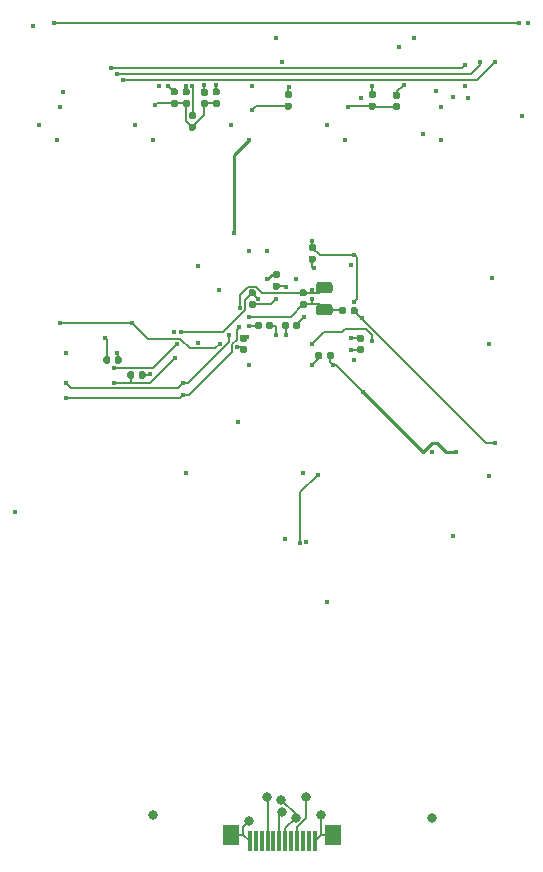
<source format=gbr>
%TF.GenerationSoftware,KiCad,Pcbnew,5.1.6*%
%TF.CreationDate,2021-04-23T20:35:47+02:00*%
%TF.ProjectId,nhci,6e686369-2e6b-4696-9361-645f70636258,rev?*%
%TF.SameCoordinates,Original*%
%TF.FileFunction,Copper,L4,Bot*%
%TF.FilePolarity,Positive*%
%FSLAX46Y46*%
G04 Gerber Fmt 4.6, Leading zero omitted, Abs format (unit mm)*
G04 Created by KiCad (PCBNEW 5.1.6) date 2021-04-23 20:35:47*
%MOMM*%
%LPD*%
G01*
G04 APERTURE LIST*
%TA.AperFunction,SMDPad,CuDef*%
%ADD10R,1.400000X1.700000*%
%TD*%
%TA.AperFunction,SMDPad,CuDef*%
%ADD11R,0.300000X1.700000*%
%TD*%
%TA.AperFunction,ViaPad*%
%ADD12C,0.400000*%
%TD*%
%TA.AperFunction,ViaPad*%
%ADD13C,0.800000*%
%TD*%
%TA.AperFunction,Conductor*%
%ADD14C,0.200000*%
%TD*%
%TA.AperFunction,Conductor*%
%ADD15C,0.250000*%
%TD*%
G04 APERTURE END LIST*
%TO.P,R26,2*%
%TO.N,+3V3*%
%TA.AperFunction,SMDPad,CuDef*%
G36*
G01*
X53634000Y-130347500D02*
X53634000Y-130002500D01*
G75*
G02*
X53781500Y-129855000I147500J0D01*
G01*
X54076500Y-129855000D01*
G75*
G02*
X54224000Y-130002500I0J-147500D01*
G01*
X54224000Y-130347500D01*
G75*
G02*
X54076500Y-130495000I-147500J0D01*
G01*
X53781500Y-130495000D01*
G75*
G02*
X53634000Y-130347500I0J147500D01*
G01*
G37*
%TD.AperFunction*%
%TO.P,R26,1*%
%TO.N,Net-(J1-Pad7)*%
%TA.AperFunction,SMDPad,CuDef*%
G36*
G01*
X52664000Y-130347500D02*
X52664000Y-130002500D01*
G75*
G02*
X52811500Y-129855000I147500J0D01*
G01*
X53106500Y-129855000D01*
G75*
G02*
X53254000Y-130002500I0J-147500D01*
G01*
X53254000Y-130347500D01*
G75*
G02*
X53106500Y-130495000I-147500J0D01*
G01*
X52811500Y-130495000D01*
G75*
G02*
X52664000Y-130347500I0J147500D01*
G01*
G37*
%TD.AperFunction*%
%TD*%
%TO.P,R25,2*%
%TO.N,+3V3*%
%TA.AperFunction,SMDPad,CuDef*%
G36*
G01*
X51602000Y-129077500D02*
X51602000Y-128732500D01*
G75*
G02*
X51749500Y-128585000I147500J0D01*
G01*
X52044500Y-128585000D01*
G75*
G02*
X52192000Y-128732500I0J-147500D01*
G01*
X52192000Y-129077500D01*
G75*
G02*
X52044500Y-129225000I-147500J0D01*
G01*
X51749500Y-129225000D01*
G75*
G02*
X51602000Y-129077500I0J147500D01*
G01*
G37*
%TD.AperFunction*%
%TO.P,R25,1*%
%TO.N,Net-(J1-Pad1)*%
%TA.AperFunction,SMDPad,CuDef*%
G36*
G01*
X50632000Y-129077500D02*
X50632000Y-128732500D01*
G75*
G02*
X50779500Y-128585000I147500J0D01*
G01*
X51074500Y-128585000D01*
G75*
G02*
X51222000Y-128732500I0J-147500D01*
G01*
X51222000Y-129077500D01*
G75*
G02*
X51074500Y-129225000I-147500J0D01*
G01*
X50779500Y-129225000D01*
G75*
G02*
X50632000Y-129077500I0J147500D01*
G01*
G37*
%TD.AperFunction*%
%TD*%
D10*
%TO.P,U1,SH3*%
%TO.N,GND*%
X70106000Y-169082000D03*
%TO.P,U1,SH*%
X61466000Y-169082000D03*
D11*
%TO.P,U1,B12*%
X63036000Y-169632000D03*
%TO.P,U1,B11*%
%TO.N,Net-(U1-PadB11)*%
X63536000Y-169632000D03*
%TO.P,U1,B10*%
%TO.N,Net-(U1-PadB10)*%
X64036000Y-169632000D03*
%TO.P,U1,B9*%
%TO.N,Net-(C29-Pad1)*%
X64536000Y-169632000D03*
%TO.P,U1,B8*%
%TO.N,Net-(U1-PadB8)*%
X65036000Y-169632000D03*
%TO.P,U1,B7*%
%TO.N,Net-(R20-Pad1)*%
X65536000Y-169632000D03*
%TO.P,U1,B6*%
%TO.N,Net-(R19-Pad1)*%
X66036000Y-169632000D03*
%TO.P,U1,B5*%
%TO.N,Net-(U1-PadB5)*%
X66536000Y-169632000D03*
%TO.P,U1,B4*%
%TO.N,Net-(C29-Pad1)*%
X67036000Y-169632000D03*
%TO.P,U1,B3*%
%TO.N,Net-(U1-PadB3)*%
X67536000Y-169632000D03*
%TO.P,U1,B2*%
%TO.N,Net-(U1-PadB2)*%
X68036000Y-169632000D03*
%TO.P,U1,B1*%
%TO.N,GND*%
X68536000Y-169632000D03*
%TD*%
%TO.P,R9,2*%
%TO.N,+5V*%
%TA.AperFunction,SMDPad,CuDef*%
G36*
G01*
X73233500Y-107101000D02*
X73578500Y-107101000D01*
G75*
G02*
X73726000Y-107248500I0J-147500D01*
G01*
X73726000Y-107543500D01*
G75*
G02*
X73578500Y-107691000I-147500J0D01*
G01*
X73233500Y-107691000D01*
G75*
G02*
X73086000Y-107543500I0J147500D01*
G01*
X73086000Y-107248500D01*
G75*
G02*
X73233500Y-107101000I147500J0D01*
G01*
G37*
%TD.AperFunction*%
%TO.P,R9,1*%
%TO.N,/P_RESET*%
%TA.AperFunction,SMDPad,CuDef*%
G36*
G01*
X73233500Y-106131000D02*
X73578500Y-106131000D01*
G75*
G02*
X73726000Y-106278500I0J-147500D01*
G01*
X73726000Y-106573500D01*
G75*
G02*
X73578500Y-106721000I-147500J0D01*
G01*
X73233500Y-106721000D01*
G75*
G02*
X73086000Y-106573500I0J147500D01*
G01*
X73086000Y-106278500D01*
G75*
G02*
X73233500Y-106131000I147500J0D01*
G01*
G37*
%TD.AperFunction*%
%TD*%
%TO.P,R8,2*%
%TO.N,+5V*%
%TA.AperFunction,SMDPad,CuDef*%
G36*
G01*
X66121500Y-107101000D02*
X66466500Y-107101000D01*
G75*
G02*
X66614000Y-107248500I0J-147500D01*
G01*
X66614000Y-107543500D01*
G75*
G02*
X66466500Y-107691000I-147500J0D01*
G01*
X66121500Y-107691000D01*
G75*
G02*
X65974000Y-107543500I0J147500D01*
G01*
X65974000Y-107248500D01*
G75*
G02*
X66121500Y-107101000I147500J0D01*
G01*
G37*
%TD.AperFunction*%
%TO.P,R8,1*%
%TO.N,/P_WE*%
%TA.AperFunction,SMDPad,CuDef*%
G36*
G01*
X66121500Y-106131000D02*
X66466500Y-106131000D01*
G75*
G02*
X66614000Y-106278500I0J-147500D01*
G01*
X66614000Y-106573500D01*
G75*
G02*
X66466500Y-106721000I-147500J0D01*
G01*
X66121500Y-106721000D01*
G75*
G02*
X65974000Y-106573500I0J147500D01*
G01*
X65974000Y-106278500D01*
G75*
G02*
X66121500Y-106131000I147500J0D01*
G01*
G37*
%TD.AperFunction*%
%TD*%
%TO.P,R7,2*%
%TO.N,+5V*%
%TA.AperFunction,SMDPad,CuDef*%
G36*
G01*
X57993500Y-108879000D02*
X58338500Y-108879000D01*
G75*
G02*
X58486000Y-109026500I0J-147500D01*
G01*
X58486000Y-109321500D01*
G75*
G02*
X58338500Y-109469000I-147500J0D01*
G01*
X57993500Y-109469000D01*
G75*
G02*
X57846000Y-109321500I0J147500D01*
G01*
X57846000Y-109026500D01*
G75*
G02*
X57993500Y-108879000I147500J0D01*
G01*
G37*
%TD.AperFunction*%
%TO.P,R7,1*%
%TO.N,/P_OE*%
%TA.AperFunction,SMDPad,CuDef*%
G36*
G01*
X57993500Y-107909000D02*
X58338500Y-107909000D01*
G75*
G02*
X58486000Y-108056500I0J-147500D01*
G01*
X58486000Y-108351500D01*
G75*
G02*
X58338500Y-108499000I-147500J0D01*
G01*
X57993500Y-108499000D01*
G75*
G02*
X57846000Y-108351500I0J147500D01*
G01*
X57846000Y-108056500D01*
G75*
G02*
X57993500Y-107909000I147500J0D01*
G01*
G37*
%TD.AperFunction*%
%TD*%
%TO.P,R6,2*%
%TO.N,+5V*%
%TA.AperFunction,SMDPad,CuDef*%
G36*
G01*
X60025500Y-106870000D02*
X60370500Y-106870000D01*
G75*
G02*
X60518000Y-107017500I0J-147500D01*
G01*
X60518000Y-107312500D01*
G75*
G02*
X60370500Y-107460000I-147500J0D01*
G01*
X60025500Y-107460000D01*
G75*
G02*
X59878000Y-107312500I0J147500D01*
G01*
X59878000Y-107017500D01*
G75*
G02*
X60025500Y-106870000I147500J0D01*
G01*
G37*
%TD.AperFunction*%
%TO.P,R6,1*%
%TO.N,/P_IOWR*%
%TA.AperFunction,SMDPad,CuDef*%
G36*
G01*
X60025500Y-105900000D02*
X60370500Y-105900000D01*
G75*
G02*
X60518000Y-106047500I0J-147500D01*
G01*
X60518000Y-106342500D01*
G75*
G02*
X60370500Y-106490000I-147500J0D01*
G01*
X60025500Y-106490000D01*
G75*
G02*
X59878000Y-106342500I0J147500D01*
G01*
X59878000Y-106047500D01*
G75*
G02*
X60025500Y-105900000I147500J0D01*
G01*
G37*
%TD.AperFunction*%
%TD*%
%TO.P,R5,2*%
%TO.N,+5V*%
%TA.AperFunction,SMDPad,CuDef*%
G36*
G01*
X59009500Y-106893000D02*
X59354500Y-106893000D01*
G75*
G02*
X59502000Y-107040500I0J-147500D01*
G01*
X59502000Y-107335500D01*
G75*
G02*
X59354500Y-107483000I-147500J0D01*
G01*
X59009500Y-107483000D01*
G75*
G02*
X58862000Y-107335500I0J147500D01*
G01*
X58862000Y-107040500D01*
G75*
G02*
X59009500Y-106893000I147500J0D01*
G01*
G37*
%TD.AperFunction*%
%TO.P,R5,1*%
%TO.N,/P_IORD*%
%TA.AperFunction,SMDPad,CuDef*%
G36*
G01*
X59009500Y-105923000D02*
X59354500Y-105923000D01*
G75*
G02*
X59502000Y-106070500I0J-147500D01*
G01*
X59502000Y-106365500D01*
G75*
G02*
X59354500Y-106513000I-147500J0D01*
G01*
X59009500Y-106513000D01*
G75*
G02*
X58862000Y-106365500I0J147500D01*
G01*
X58862000Y-106070500D01*
G75*
G02*
X59009500Y-105923000I147500J0D01*
G01*
G37*
%TD.AperFunction*%
%TD*%
%TO.P,R4,2*%
%TO.N,+5V*%
%TA.AperFunction,SMDPad,CuDef*%
G36*
G01*
X75265500Y-107147000D02*
X75610500Y-107147000D01*
G75*
G02*
X75758000Y-107294500I0J-147500D01*
G01*
X75758000Y-107589500D01*
G75*
G02*
X75610500Y-107737000I-147500J0D01*
G01*
X75265500Y-107737000D01*
G75*
G02*
X75118000Y-107589500I0J147500D01*
G01*
X75118000Y-107294500D01*
G75*
G02*
X75265500Y-107147000I147500J0D01*
G01*
G37*
%TD.AperFunction*%
%TO.P,R4,1*%
%TO.N,/P_REG*%
%TA.AperFunction,SMDPad,CuDef*%
G36*
G01*
X75265500Y-106177000D02*
X75610500Y-106177000D01*
G75*
G02*
X75758000Y-106324500I0J-147500D01*
G01*
X75758000Y-106619500D01*
G75*
G02*
X75610500Y-106767000I-147500J0D01*
G01*
X75265500Y-106767000D01*
G75*
G02*
X75118000Y-106619500I0J147500D01*
G01*
X75118000Y-106324500D01*
G75*
G02*
X75265500Y-106177000I147500J0D01*
G01*
G37*
%TD.AperFunction*%
%TD*%
%TO.P,R3,2*%
%TO.N,+5V*%
%TA.AperFunction,SMDPad,CuDef*%
G36*
G01*
X57485500Y-106870000D02*
X57830500Y-106870000D01*
G75*
G02*
X57978000Y-107017500I0J-147500D01*
G01*
X57978000Y-107312500D01*
G75*
G02*
X57830500Y-107460000I-147500J0D01*
G01*
X57485500Y-107460000D01*
G75*
G02*
X57338000Y-107312500I0J147500D01*
G01*
X57338000Y-107017500D01*
G75*
G02*
X57485500Y-106870000I147500J0D01*
G01*
G37*
%TD.AperFunction*%
%TO.P,R3,1*%
%TO.N,/P_CE2*%
%TA.AperFunction,SMDPad,CuDef*%
G36*
G01*
X57485500Y-105900000D02*
X57830500Y-105900000D01*
G75*
G02*
X57978000Y-106047500I0J-147500D01*
G01*
X57978000Y-106342500D01*
G75*
G02*
X57830500Y-106490000I-147500J0D01*
G01*
X57485500Y-106490000D01*
G75*
G02*
X57338000Y-106342500I0J147500D01*
G01*
X57338000Y-106047500D01*
G75*
G02*
X57485500Y-105900000I147500J0D01*
G01*
G37*
%TD.AperFunction*%
%TD*%
%TO.P,R2,2*%
%TO.N,+5V*%
%TA.AperFunction,SMDPad,CuDef*%
G36*
G01*
X56469500Y-106870000D02*
X56814500Y-106870000D01*
G75*
G02*
X56962000Y-107017500I0J-147500D01*
G01*
X56962000Y-107312500D01*
G75*
G02*
X56814500Y-107460000I-147500J0D01*
G01*
X56469500Y-107460000D01*
G75*
G02*
X56322000Y-107312500I0J147500D01*
G01*
X56322000Y-107017500D01*
G75*
G02*
X56469500Y-106870000I147500J0D01*
G01*
G37*
%TD.AperFunction*%
%TO.P,R2,1*%
%TO.N,/P_CE1*%
%TA.AperFunction,SMDPad,CuDef*%
G36*
G01*
X56469500Y-105900000D02*
X56814500Y-105900000D01*
G75*
G02*
X56962000Y-106047500I0J-147500D01*
G01*
X56962000Y-106342500D01*
G75*
G02*
X56814500Y-106490000I-147500J0D01*
G01*
X56469500Y-106490000D01*
G75*
G02*
X56322000Y-106342500I0J147500D01*
G01*
X56322000Y-106047500D01*
G75*
G02*
X56469500Y-105900000I147500J0D01*
G01*
G37*
%TD.AperFunction*%
%TD*%
%TO.P,C20,2*%
%TO.N,GND*%
%TA.AperFunction,SMDPad,CuDef*%
G36*
G01*
X66715000Y-126156500D02*
X66715000Y-125811500D01*
G75*
G02*
X66862500Y-125664000I147500J0D01*
G01*
X67157500Y-125664000D01*
G75*
G02*
X67305000Y-125811500I0J-147500D01*
G01*
X67305000Y-126156500D01*
G75*
G02*
X67157500Y-126304000I-147500J0D01*
G01*
X66862500Y-126304000D01*
G75*
G02*
X66715000Y-126156500I0J147500D01*
G01*
G37*
%TD.AperFunction*%
%TO.P,C20,1*%
%TO.N,+1V2*%
%TA.AperFunction,SMDPad,CuDef*%
G36*
G01*
X65745000Y-126156500D02*
X65745000Y-125811500D01*
G75*
G02*
X65892500Y-125664000I147500J0D01*
G01*
X66187500Y-125664000D01*
G75*
G02*
X66335000Y-125811500I0J-147500D01*
G01*
X66335000Y-126156500D01*
G75*
G02*
X66187500Y-126304000I-147500J0D01*
G01*
X65892500Y-126304000D01*
G75*
G02*
X65745000Y-126156500I0J147500D01*
G01*
G37*
%TD.AperFunction*%
%TD*%
%TO.P,C19,2*%
%TO.N,GND*%
%TA.AperFunction,SMDPad,CuDef*%
G36*
G01*
X65105500Y-122341000D02*
X65450500Y-122341000D01*
G75*
G02*
X65598000Y-122488500I0J-147500D01*
G01*
X65598000Y-122783500D01*
G75*
G02*
X65450500Y-122931000I-147500J0D01*
G01*
X65105500Y-122931000D01*
G75*
G02*
X64958000Y-122783500I0J147500D01*
G01*
X64958000Y-122488500D01*
G75*
G02*
X65105500Y-122341000I147500J0D01*
G01*
G37*
%TD.AperFunction*%
%TO.P,C19,1*%
%TO.N,+1V2*%
%TA.AperFunction,SMDPad,CuDef*%
G36*
G01*
X65105500Y-121371000D02*
X65450500Y-121371000D01*
G75*
G02*
X65598000Y-121518500I0J-147500D01*
G01*
X65598000Y-121813500D01*
G75*
G02*
X65450500Y-121961000I-147500J0D01*
G01*
X65105500Y-121961000D01*
G75*
G02*
X64958000Y-121813500I0J147500D01*
G01*
X64958000Y-121518500D01*
G75*
G02*
X65105500Y-121371000I147500J0D01*
G01*
G37*
%TD.AperFunction*%
%TD*%
%TO.P,C18,2*%
%TO.N,GND*%
%TA.AperFunction,SMDPad,CuDef*%
G36*
G01*
X64429000Y-126156500D02*
X64429000Y-125811500D01*
G75*
G02*
X64576500Y-125664000I147500J0D01*
G01*
X64871500Y-125664000D01*
G75*
G02*
X65019000Y-125811500I0J-147500D01*
G01*
X65019000Y-126156500D01*
G75*
G02*
X64871500Y-126304000I-147500J0D01*
G01*
X64576500Y-126304000D01*
G75*
G02*
X64429000Y-126156500I0J147500D01*
G01*
G37*
%TD.AperFunction*%
%TO.P,C18,1*%
%TO.N,+1V2*%
%TA.AperFunction,SMDPad,CuDef*%
G36*
G01*
X63459000Y-126156500D02*
X63459000Y-125811500D01*
G75*
G02*
X63606500Y-125664000I147500J0D01*
G01*
X63901500Y-125664000D01*
G75*
G02*
X64049000Y-125811500I0J-147500D01*
G01*
X64049000Y-126156500D01*
G75*
G02*
X63901500Y-126304000I-147500J0D01*
G01*
X63606500Y-126304000D01*
G75*
G02*
X63459000Y-126156500I0J147500D01*
G01*
G37*
%TD.AperFunction*%
%TD*%
%TO.P,R1,2*%
%TO.N,+1V2*%
%TA.AperFunction,SMDPad,CuDef*%
G36*
G01*
X71564000Y-124886500D02*
X71564000Y-124541500D01*
G75*
G02*
X71711500Y-124394000I147500J0D01*
G01*
X72006500Y-124394000D01*
G75*
G02*
X72154000Y-124541500I0J-147500D01*
G01*
X72154000Y-124886500D01*
G75*
G02*
X72006500Y-125034000I-147500J0D01*
G01*
X71711500Y-125034000D01*
G75*
G02*
X71564000Y-124886500I0J147500D01*
G01*
G37*
%TD.AperFunction*%
%TO.P,R1,1*%
%TO.N,Net-(C15-Pad2)*%
%TA.AperFunction,SMDPad,CuDef*%
G36*
G01*
X70594000Y-124886500D02*
X70594000Y-124541500D01*
G75*
G02*
X70741500Y-124394000I147500J0D01*
G01*
X71036500Y-124394000D01*
G75*
G02*
X71184000Y-124541500I0J-147500D01*
G01*
X71184000Y-124886500D01*
G75*
G02*
X71036500Y-125034000I-147500J0D01*
G01*
X70741500Y-125034000D01*
G75*
G02*
X70594000Y-124886500I0J147500D01*
G01*
G37*
%TD.AperFunction*%
%TD*%
%TO.P,C17,2*%
%TO.N,GND*%
%TA.AperFunction,SMDPad,CuDef*%
G36*
G01*
X62656500Y-127341000D02*
X62311500Y-127341000D01*
G75*
G02*
X62164000Y-127193500I0J147500D01*
G01*
X62164000Y-126898500D01*
G75*
G02*
X62311500Y-126751000I147500J0D01*
G01*
X62656500Y-126751000D01*
G75*
G02*
X62804000Y-126898500I0J-147500D01*
G01*
X62804000Y-127193500D01*
G75*
G02*
X62656500Y-127341000I-147500J0D01*
G01*
G37*
%TD.AperFunction*%
%TO.P,C17,1*%
%TO.N,+3V3*%
%TA.AperFunction,SMDPad,CuDef*%
G36*
G01*
X62656500Y-128311000D02*
X62311500Y-128311000D01*
G75*
G02*
X62164000Y-128163500I0J147500D01*
G01*
X62164000Y-127868500D01*
G75*
G02*
X62311500Y-127721000I147500J0D01*
G01*
X62656500Y-127721000D01*
G75*
G02*
X62804000Y-127868500I0J-147500D01*
G01*
X62804000Y-128163500D01*
G75*
G02*
X62656500Y-128311000I-147500J0D01*
G01*
G37*
%TD.AperFunction*%
%TD*%
%TO.P,C16,2*%
%TO.N,Net-(C15-Pad2)*%
%TA.AperFunction,SMDPad,CuDef*%
G36*
G01*
X68885750Y-124148000D02*
X69798250Y-124148000D01*
G75*
G02*
X70042000Y-124391750I0J-243750D01*
G01*
X70042000Y-124879250D01*
G75*
G02*
X69798250Y-125123000I-243750J0D01*
G01*
X68885750Y-125123000D01*
G75*
G02*
X68642000Y-124879250I0J243750D01*
G01*
X68642000Y-124391750D01*
G75*
G02*
X68885750Y-124148000I243750J0D01*
G01*
G37*
%TD.AperFunction*%
%TO.P,C16,1*%
%TO.N,Net-(C15-Pad1)*%
%TA.AperFunction,SMDPad,CuDef*%
G36*
G01*
X68885750Y-122273000D02*
X69798250Y-122273000D01*
G75*
G02*
X70042000Y-122516750I0J-243750D01*
G01*
X70042000Y-123004250D01*
G75*
G02*
X69798250Y-123248000I-243750J0D01*
G01*
X68885750Y-123248000D01*
G75*
G02*
X68642000Y-123004250I0J243750D01*
G01*
X68642000Y-122516750D01*
G75*
G02*
X68885750Y-122273000I243750J0D01*
G01*
G37*
%TD.AperFunction*%
%TD*%
%TO.P,C15,2*%
%TO.N,Net-(C15-Pad2)*%
%TA.AperFunction,SMDPad,CuDef*%
G36*
G01*
X67391500Y-123888000D02*
X67736500Y-123888000D01*
G75*
G02*
X67884000Y-124035500I0J-147500D01*
G01*
X67884000Y-124330500D01*
G75*
G02*
X67736500Y-124478000I-147500J0D01*
G01*
X67391500Y-124478000D01*
G75*
G02*
X67244000Y-124330500I0J147500D01*
G01*
X67244000Y-124035500D01*
G75*
G02*
X67391500Y-123888000I147500J0D01*
G01*
G37*
%TD.AperFunction*%
%TO.P,C15,1*%
%TO.N,Net-(C15-Pad1)*%
%TA.AperFunction,SMDPad,CuDef*%
G36*
G01*
X67391500Y-122918000D02*
X67736500Y-122918000D01*
G75*
G02*
X67884000Y-123065500I0J-147500D01*
G01*
X67884000Y-123360500D01*
G75*
G02*
X67736500Y-123508000I-147500J0D01*
G01*
X67391500Y-123508000D01*
G75*
G02*
X67244000Y-123360500I0J147500D01*
G01*
X67244000Y-123065500D01*
G75*
G02*
X67391500Y-122918000I147500J0D01*
G01*
G37*
%TD.AperFunction*%
%TD*%
%TO.P,C14,2*%
%TO.N,GND*%
%TA.AperFunction,SMDPad,CuDef*%
G36*
G01*
X72562500Y-127341000D02*
X72217500Y-127341000D01*
G75*
G02*
X72070000Y-127193500I0J147500D01*
G01*
X72070000Y-126898500D01*
G75*
G02*
X72217500Y-126751000I147500J0D01*
G01*
X72562500Y-126751000D01*
G75*
G02*
X72710000Y-126898500I0J-147500D01*
G01*
X72710000Y-127193500D01*
G75*
G02*
X72562500Y-127341000I-147500J0D01*
G01*
G37*
%TD.AperFunction*%
%TO.P,C14,1*%
%TO.N,+3V3*%
%TA.AperFunction,SMDPad,CuDef*%
G36*
G01*
X72562500Y-128311000D02*
X72217500Y-128311000D01*
G75*
G02*
X72070000Y-128163500I0J147500D01*
G01*
X72070000Y-127868500D01*
G75*
G02*
X72217500Y-127721000I147500J0D01*
G01*
X72562500Y-127721000D01*
G75*
G02*
X72710000Y-127868500I0J-147500D01*
G01*
X72710000Y-128163500D01*
G75*
G02*
X72562500Y-128311000I-147500J0D01*
G01*
G37*
%TD.AperFunction*%
%TD*%
%TO.P,C13,2*%
%TO.N,GND*%
%TA.AperFunction,SMDPad,CuDef*%
G36*
G01*
X69175000Y-128351500D02*
X69175000Y-128696500D01*
G75*
G02*
X69027500Y-128844000I-147500J0D01*
G01*
X68732500Y-128844000D01*
G75*
G02*
X68585000Y-128696500I0J147500D01*
G01*
X68585000Y-128351500D01*
G75*
G02*
X68732500Y-128204000I147500J0D01*
G01*
X69027500Y-128204000D01*
G75*
G02*
X69175000Y-128351500I0J-147500D01*
G01*
G37*
%TD.AperFunction*%
%TO.P,C13,1*%
%TO.N,+3V3*%
%TA.AperFunction,SMDPad,CuDef*%
G36*
G01*
X70145000Y-128351500D02*
X70145000Y-128696500D01*
G75*
G02*
X69997500Y-128844000I-147500J0D01*
G01*
X69702500Y-128844000D01*
G75*
G02*
X69555000Y-128696500I0J147500D01*
G01*
X69555000Y-128351500D01*
G75*
G02*
X69702500Y-128204000I147500J0D01*
G01*
X69997500Y-128204000D01*
G75*
G02*
X70145000Y-128351500I0J-147500D01*
G01*
G37*
%TD.AperFunction*%
%TD*%
%TO.P,C12,2*%
%TO.N,GND*%
%TA.AperFunction,SMDPad,CuDef*%
G36*
G01*
X63073500Y-123888000D02*
X63418500Y-123888000D01*
G75*
G02*
X63566000Y-124035500I0J-147500D01*
G01*
X63566000Y-124330500D01*
G75*
G02*
X63418500Y-124478000I-147500J0D01*
G01*
X63073500Y-124478000D01*
G75*
G02*
X62926000Y-124330500I0J147500D01*
G01*
X62926000Y-124035500D01*
G75*
G02*
X63073500Y-123888000I147500J0D01*
G01*
G37*
%TD.AperFunction*%
%TO.P,C12,1*%
%TO.N,+3V3*%
%TA.AperFunction,SMDPad,CuDef*%
G36*
G01*
X63073500Y-122918000D02*
X63418500Y-122918000D01*
G75*
G02*
X63566000Y-123065500I0J-147500D01*
G01*
X63566000Y-123360500D01*
G75*
G02*
X63418500Y-123508000I-147500J0D01*
G01*
X63073500Y-123508000D01*
G75*
G02*
X62926000Y-123360500I0J147500D01*
G01*
X62926000Y-123065500D01*
G75*
G02*
X63073500Y-122918000I147500J0D01*
G01*
G37*
%TD.AperFunction*%
%TD*%
%TO.P,C11,2*%
%TO.N,GND*%
%TA.AperFunction,SMDPad,CuDef*%
G36*
G01*
X68153500Y-120055000D02*
X68498500Y-120055000D01*
G75*
G02*
X68646000Y-120202500I0J-147500D01*
G01*
X68646000Y-120497500D01*
G75*
G02*
X68498500Y-120645000I-147500J0D01*
G01*
X68153500Y-120645000D01*
G75*
G02*
X68006000Y-120497500I0J147500D01*
G01*
X68006000Y-120202500D01*
G75*
G02*
X68153500Y-120055000I147500J0D01*
G01*
G37*
%TD.AperFunction*%
%TO.P,C11,1*%
%TO.N,+3V3*%
%TA.AperFunction,SMDPad,CuDef*%
G36*
G01*
X68153500Y-119085000D02*
X68498500Y-119085000D01*
G75*
G02*
X68646000Y-119232500I0J-147500D01*
G01*
X68646000Y-119527500D01*
G75*
G02*
X68498500Y-119675000I-147500J0D01*
G01*
X68153500Y-119675000D01*
G75*
G02*
X68006000Y-119527500I0J147500D01*
G01*
X68006000Y-119232500D01*
G75*
G02*
X68153500Y-119085000I147500J0D01*
G01*
G37*
%TD.AperFunction*%
%TD*%
D12*
%TO.N,GND*%
X44704000Y-100584000D03*
X80278000Y-106631999D03*
X86106000Y-108204000D03*
X77724000Y-109728000D03*
X86614000Y-100330000D03*
X45212000Y-108966000D03*
X47244000Y-106172000D03*
X53340000Y-108966000D03*
X55372000Y-105664000D03*
X61468000Y-108966000D03*
X63244597Y-105665403D03*
X69596000Y-108966000D03*
X72418000Y-106708000D03*
X43180000Y-141732000D03*
X58650685Y-127484685D03*
X58674000Y-120904000D03*
X71628000Y-127000000D03*
X68326000Y-129286000D03*
X65278000Y-123698000D03*
X62992000Y-129286000D03*
X62822362Y-126915638D03*
X64516000Y-119634000D03*
X66078001Y-122737796D03*
X65278000Y-126746000D03*
X67579905Y-125242132D03*
X68478001Y-121137795D03*
X56642000Y-126492000D03*
X71628000Y-120845999D03*
X83312000Y-127508000D03*
X78486000Y-136652000D03*
X83312000Y-138684000D03*
X66040000Y-144018000D03*
X67552000Y-138418000D03*
X80264000Y-143764000D03*
X69596000Y-149352000D03*
X57658000Y-138430000D03*
X47498000Y-128270000D03*
D13*
X78486000Y-167640000D03*
X62992000Y-167894000D03*
X69088000Y-167386000D03*
X54864000Y-167386000D03*
D12*
X60452000Y-122936000D03*
%TO.N,/P_REG*%
X76073000Y-105583000D03*
%TO.N,/P_IOWR*%
X60162000Y-105628000D03*
%TO.N,/P_IORD*%
X59162000Y-105644000D03*
%TO.N,/P_CE2*%
X57635065Y-105659570D03*
%TO.N,/P_WE*%
X66363011Y-105760001D03*
%TO.N,/P_OE*%
X58162000Y-105668000D03*
%TO.N,/P_CE1*%
X56134000Y-105664000D03*
%TO.N,/P_RESET*%
X73418000Y-105676000D03*
%TO.N,+5V*%
X65278000Y-101600000D03*
X79248000Y-107442000D03*
X46989000Y-107443000D03*
X54992000Y-107316000D03*
X63246000Y-107696000D03*
X71351000Y-107465000D03*
X83520000Y-121966000D03*
%TO.N,/P_D0*%
X51308000Y-104140000D03*
X81280000Y-103886000D03*
%TO.N,/P_D1*%
X51816000Y-104648000D03*
X82550000Y-103632000D03*
%TO.N,/P_D2*%
X52324000Y-105156000D03*
X83820000Y-103632000D03*
%TO.N,+3V3*%
X79248000Y-110236000D03*
X46736000Y-110236000D03*
X54864000Y-110236000D03*
X62992000Y-110236000D03*
X71120000Y-110236000D03*
X61976000Y-127762000D03*
X61722000Y-118110000D03*
X68340280Y-118849658D03*
X71628000Y-128016000D03*
X70104000Y-129286000D03*
X63754000Y-123698000D03*
X71882000Y-123952000D03*
X57168997Y-126494222D03*
X71882000Y-119991998D03*
X80518000Y-136652000D03*
X72644000Y-131572000D03*
X67306020Y-144396933D03*
X68768250Y-138618250D03*
X51816000Y-128270000D03*
X54610000Y-130048000D03*
%TO.N,/P_READY*%
X78780002Y-106131998D03*
X65786000Y-103632000D03*
%TO.N,/P_WAIT*%
X75692000Y-102362000D03*
X81546000Y-106680000D03*
%TO.N,/P_INPACK*%
X81280000Y-105664000D03*
X76962000Y-101600000D03*
%TO.N,Net-(C15-Pad2)*%
X68326000Y-123698000D03*
X62976095Y-125242132D03*
%TO.N,Net-(C15-Pad1)*%
X62200204Y-124459999D03*
X68326000Y-122936000D03*
%TO.N,+1V2*%
X62992000Y-119634000D03*
X62955715Y-126025106D03*
X66060132Y-126761905D03*
X83820000Y-135890000D03*
X72517000Y-125349000D03*
X64516000Y-122047000D03*
X71882000Y-128905000D03*
X66929000Y-122047000D03*
%TO.N,12MHz*%
X67818000Y-144272000D03*
X62026000Y-134112000D03*
D13*
%TO.N,Net-(C29-Pad1)*%
X67818000Y-165862000D03*
X64516000Y-165862000D03*
%TO.N,Net-(R19-Pad1)*%
X66921000Y-167640000D03*
X65667000Y-166116000D03*
%TO.N,Net-(R20-Pad1)*%
X65786000Y-167132000D03*
D12*
%TO.N,Net-(JP1-Pad2)*%
X46482000Y-100330000D03*
X85788500Y-100393500D03*
%TO.N,Net-(J1-Pad7)*%
X51562000Y-130810000D03*
X56712000Y-128708000D03*
%TO.N,Net-(J1-Pad5)*%
X51562000Y-129540000D03*
X56896000Y-127508000D03*
%TO.N,Net-(J1-Pad2)*%
X60483877Y-127529137D03*
X53086000Y-125730000D03*
X46990000Y-125730000D03*
%TO.N,Net-(J1-Pad1)*%
X50800000Y-127000000D03*
%TO.N,CRESET*%
X61248848Y-126775662D03*
X57404000Y-130810000D03*
X47498000Y-130810000D03*
%TO.N,CDONE*%
X62115143Y-126135184D03*
X57404000Y-131826000D03*
X47498000Y-132080000D03*
%TO.N,Net-(D1-Pad2)*%
X68326000Y-127508000D03*
X73406000Y-127254000D03*
%TD*%
D14*
%TO.N,GND*%
X72344000Y-127000000D02*
X72390000Y-127046000D01*
X71628000Y-127000000D02*
X72344000Y-127000000D01*
X64793000Y-124183000D02*
X65278000Y-123698000D01*
X63246000Y-124183000D02*
X64793000Y-124183000D01*
X62484000Y-127046000D02*
X62692000Y-127046000D01*
X62692000Y-127046000D02*
X62822362Y-126915638D01*
X65278000Y-122636000D02*
X65976205Y-122636000D01*
X65976205Y-122636000D02*
X66078001Y-122737796D01*
X64724000Y-125984000D02*
X65278000Y-125984000D01*
X65278000Y-125984000D02*
X65278000Y-126746000D01*
X67010000Y-125984000D02*
X67010000Y-125812037D01*
X67010000Y-125812037D02*
X67579905Y-125242132D01*
X68326000Y-120350000D02*
X68326000Y-120985794D01*
X68326000Y-120985794D02*
X68478001Y-121137795D01*
X68880000Y-128732000D02*
X68326000Y-129286000D01*
X68880000Y-128524000D02*
X68880000Y-128732000D01*
X62486000Y-169082000D02*
X63036000Y-169632000D01*
X61466000Y-169082000D02*
X62486000Y-169082000D01*
X62486000Y-168400000D02*
X62992000Y-167894000D01*
X62486000Y-169082000D02*
X62486000Y-168400000D01*
X69086000Y-169082000D02*
X68536000Y-169632000D01*
X70106000Y-169082000D02*
X69086000Y-169082000D01*
X69088000Y-169080000D02*
X69086000Y-169082000D01*
X69088000Y-167386000D02*
X69088000Y-169080000D01*
%TO.N,/P_REG*%
X75438000Y-106472000D02*
X75438000Y-106218000D01*
X75438000Y-106218000D02*
X76073000Y-105583000D01*
%TO.N,/P_IOWR*%
X60198000Y-106195000D02*
X60198000Y-105664000D01*
X60198000Y-105664000D02*
X60162000Y-105628000D01*
%TO.N,/P_IORD*%
X59182000Y-105664000D02*
X59162000Y-105644000D01*
X59182000Y-106218000D02*
X59182000Y-105664000D01*
%TO.N,/P_CE2*%
X57658000Y-106195000D02*
X57658000Y-105682505D01*
X57658000Y-105682505D02*
X57635065Y-105659570D01*
%TO.N,/P_WE*%
X66294000Y-106426000D02*
X66294000Y-105829012D01*
X66294000Y-105829012D02*
X66363011Y-105760001D01*
%TO.N,/P_OE*%
X58205010Y-105711010D02*
X58162000Y-105668000D01*
X58166000Y-108204000D02*
X58205010Y-108164990D01*
X58205010Y-108164990D02*
X58205010Y-105711010D01*
%TO.N,/P_CE1*%
X56642000Y-106195000D02*
X56642000Y-106172000D01*
X56642000Y-106172000D02*
X56134000Y-105664000D01*
%TO.N,/P_RESET*%
X73406000Y-105688000D02*
X73418000Y-105676000D01*
X73406000Y-106426000D02*
X73406000Y-105688000D01*
%TO.N,+5V*%
X73452000Y-107442000D02*
X73406000Y-107396000D01*
X75438000Y-107442000D02*
X73452000Y-107442000D01*
X71420000Y-107396000D02*
X71351000Y-107465000D01*
X73406000Y-107396000D02*
X71420000Y-107396000D01*
X63546000Y-107396000D02*
X63246000Y-107696000D01*
X66294000Y-107396000D02*
X63546000Y-107396000D01*
X59205000Y-107165000D02*
X59182000Y-107188000D01*
X60198000Y-107165000D02*
X59205000Y-107165000D01*
X59182000Y-108158000D02*
X58166000Y-109174000D01*
X59182000Y-107188000D02*
X59182000Y-108158000D01*
X57618990Y-107204010D02*
X57658000Y-107165000D01*
X57618990Y-108626990D02*
X57618990Y-107204010D01*
X58166000Y-109174000D02*
X57618990Y-108626990D01*
X57658000Y-107165000D02*
X56642000Y-107165000D01*
X55143000Y-107165000D02*
X54992000Y-107316000D01*
X56642000Y-107165000D02*
X55143000Y-107165000D01*
%TO.N,/P_D0*%
X51308000Y-104140000D02*
X81026000Y-104140000D01*
X81026000Y-104140000D02*
X81280000Y-103886000D01*
%TO.N,/P_D1*%
X51816000Y-104648000D02*
X81788000Y-104648000D01*
X81788000Y-104648000D02*
X82550000Y-103886000D01*
X82550000Y-103886000D02*
X82550000Y-103632000D01*
%TO.N,/P_D2*%
X52324000Y-105156000D02*
X82296000Y-105156000D01*
X82296000Y-105156000D02*
X83820000Y-103632000D01*
%TO.N,+3V3*%
X62230000Y-127762000D02*
X62484000Y-128016000D01*
X61976000Y-127762000D02*
X62230000Y-127762000D01*
X71628000Y-128016000D02*
X72390000Y-128016000D01*
X63731000Y-123698000D02*
X63246000Y-123213000D01*
X63754000Y-123698000D02*
X63731000Y-123698000D01*
X68340280Y-119365720D02*
X68326000Y-119380000D01*
X68340280Y-118849658D02*
X68340280Y-119365720D01*
X69850000Y-129032000D02*
X70104000Y-129286000D01*
X69850000Y-128524000D02*
X69850000Y-129032000D01*
X67306020Y-140080480D02*
X68768250Y-138618250D01*
X67306020Y-144396933D02*
X67306020Y-140080480D01*
D15*
X77724000Y-136652000D02*
X72644000Y-131572000D01*
X61722000Y-111506000D02*
X62992000Y-110236000D01*
X61722000Y-118110000D02*
X61722000Y-111506000D01*
X80518000Y-136652000D02*
X79629000Y-136652000D01*
X79629000Y-136652000D02*
X78867000Y-135890000D01*
X78486000Y-135890000D02*
X77724000Y-136652000D01*
X78867000Y-135890000D02*
X78486000Y-135890000D01*
D14*
X68937998Y-119991998D02*
X68326000Y-119380000D01*
X71882000Y-119991998D02*
X68937998Y-119991998D01*
X72081999Y-120191997D02*
X71882000Y-119991998D01*
X72081999Y-123752001D02*
X72081999Y-120191997D01*
X71882000Y-123952000D02*
X72081999Y-123752001D01*
X62627205Y-123831795D02*
X63246000Y-123213000D01*
X62627205Y-124664960D02*
X62627205Y-123831795D01*
X60797943Y-126494222D02*
X62627205Y-124664960D01*
X57168997Y-126494222D02*
X60797943Y-126494222D01*
X70358000Y-129286000D02*
X70104000Y-129286000D01*
X72644000Y-131572000D02*
X70358000Y-129286000D01*
X51897000Y-128351000D02*
X51816000Y-128270000D01*
X51897000Y-128905000D02*
X51897000Y-128351000D01*
X53929000Y-130175000D02*
X54483000Y-130175000D01*
X54483000Y-130175000D02*
X54610000Y-130048000D01*
%TO.N,Net-(C15-Pad2)*%
X68889500Y-124183000D02*
X69342000Y-124635500D01*
X68326000Y-124160000D02*
X68349000Y-124183000D01*
X68326000Y-123698000D02*
X68326000Y-124160000D01*
X67564000Y-124183000D02*
X68349000Y-124183000D01*
X68349000Y-124183000D02*
X68889500Y-124183000D01*
X70810500Y-124635500D02*
X70889000Y-124714000D01*
X69342000Y-124635500D02*
X70810500Y-124635500D01*
X66504868Y-125242132D02*
X67564000Y-124183000D01*
X62976095Y-125242132D02*
X66504868Y-125242132D01*
%TO.N,Net-(C15-Pad1)*%
X68889500Y-123213000D02*
X69342000Y-122760500D01*
X68326000Y-122936000D02*
X68349000Y-122959000D01*
X68349000Y-122959000D02*
X68349000Y-123213000D01*
X67564000Y-123213000D02*
X68349000Y-123213000D01*
X68349000Y-123213000D02*
X68889500Y-123213000D01*
X62200204Y-123409158D02*
X62200204Y-124459999D01*
X63573628Y-122690990D02*
X62918372Y-122690990D01*
X62918372Y-122690990D02*
X62200204Y-123409158D01*
X64095638Y-123213000D02*
X63573628Y-122690990D01*
X67564000Y-123213000D02*
X64095638Y-123213000D01*
%TO.N,+1V2*%
X63754000Y-125984000D02*
X62996821Y-125984000D01*
X62996821Y-125984000D02*
X62955715Y-126025106D01*
X66060132Y-126004132D02*
X66040000Y-125984000D01*
X66060132Y-126761905D02*
X66060132Y-126004132D01*
X83820000Y-135890000D02*
X83035000Y-135890000D01*
D15*
X72569000Y-125401000D02*
X72517000Y-125349000D01*
X72569000Y-125424000D02*
X72569000Y-125401000D01*
D14*
X72569000Y-125424000D02*
X71859000Y-124714000D01*
X83035000Y-135890000D02*
X72569000Y-125424000D01*
D15*
X65278000Y-121666000D02*
X64897000Y-121666000D01*
X64897000Y-121666000D02*
X64516000Y-122047000D01*
D14*
%TO.N,Net-(C29-Pad1)*%
X67036000Y-168452962D02*
X67818000Y-167670962D01*
X67036000Y-169632000D02*
X67036000Y-168452962D01*
X67818000Y-167670962D02*
X67818000Y-165862000D01*
X64536000Y-165882000D02*
X64516000Y-165862000D01*
X64536000Y-169632000D02*
X64536000Y-165882000D01*
%TO.N,Net-(R19-Pad1)*%
X66036000Y-168525000D02*
X66036000Y-169632000D01*
X66921000Y-167640000D02*
X66036000Y-168525000D01*
X66921000Y-167370000D02*
X66921000Y-167640000D01*
X65667000Y-166116000D02*
X66921000Y-167370000D01*
%TO.N,Net-(R20-Pad1)*%
X65536000Y-169632000D02*
X65536000Y-167382000D01*
X65536000Y-167382000D02*
X65786000Y-167132000D01*
%TO.N,Net-(JP1-Pad2)*%
X85725000Y-100330000D02*
X85788500Y-100393500D01*
X46482000Y-100330000D02*
X85725000Y-100330000D01*
%TO.N,Net-(J1-Pad7)*%
X54610000Y-130810000D02*
X56712000Y-128708000D01*
X52959000Y-130175000D02*
X52959000Y-130810000D01*
X51562000Y-130810000D02*
X52959000Y-130810000D01*
X52959000Y-130810000D02*
X54610000Y-130810000D01*
%TO.N,Net-(J1-Pad5)*%
X51562000Y-129540000D02*
X54864000Y-129540000D01*
X54864000Y-129540000D02*
X56896000Y-127508000D01*
%TO.N,Net-(J1-Pad2)*%
X46990000Y-125730000D02*
X53086000Y-125730000D01*
X57100961Y-127080999D02*
X54436999Y-127080999D01*
X57931648Y-127911686D02*
X57100961Y-127080999D01*
X60101328Y-127911686D02*
X57931648Y-127911686D01*
X54436999Y-127080999D02*
X53086000Y-125730000D01*
X60483877Y-127529137D02*
X60101328Y-127911686D01*
%TO.N,Net-(J1-Pad1)*%
X50927000Y-128905000D02*
X50927000Y-127127000D01*
X50927000Y-127127000D02*
X50800000Y-127000000D01*
%TO.N,CRESET*%
X57834976Y-130810000D02*
X57404000Y-130810000D01*
X61248848Y-126775662D02*
X61248848Y-127396128D01*
X61248848Y-127396128D02*
X57834976Y-130810000D01*
X56976999Y-131237001D02*
X57404000Y-130810000D01*
X47925001Y-131237001D02*
X56976999Y-131237001D01*
X47498000Y-130810000D02*
X47925001Y-131237001D01*
%TO.N,CDONE*%
X61548999Y-128189001D02*
X57912000Y-131826000D01*
X57912000Y-131826000D02*
X57404000Y-131826000D01*
X61548999Y-127557039D02*
X61548999Y-128189001D01*
X61915144Y-126335183D02*
X61915144Y-127190894D01*
X61915144Y-127190894D02*
X61548999Y-127557039D01*
X62115143Y-126135184D02*
X61915144Y-126335183D01*
X57150000Y-132080000D02*
X57404000Y-131826000D01*
X47498000Y-132080000D02*
X57150000Y-132080000D01*
%TO.N,Net-(D1-Pad2)*%
X69310010Y-126523990D02*
X70834010Y-126523990D01*
X68326000Y-127508000D02*
X69310010Y-126523990D01*
X70834010Y-126523990D02*
X71120000Y-126238000D01*
X71120000Y-126238000D02*
X72431638Y-126238000D01*
X72431638Y-126238000D02*
X72898000Y-126238000D01*
X72898000Y-126238000D02*
X73406000Y-126746000D01*
X73406000Y-126746000D02*
X73406000Y-127254000D01*
%TD*%
M02*

</source>
